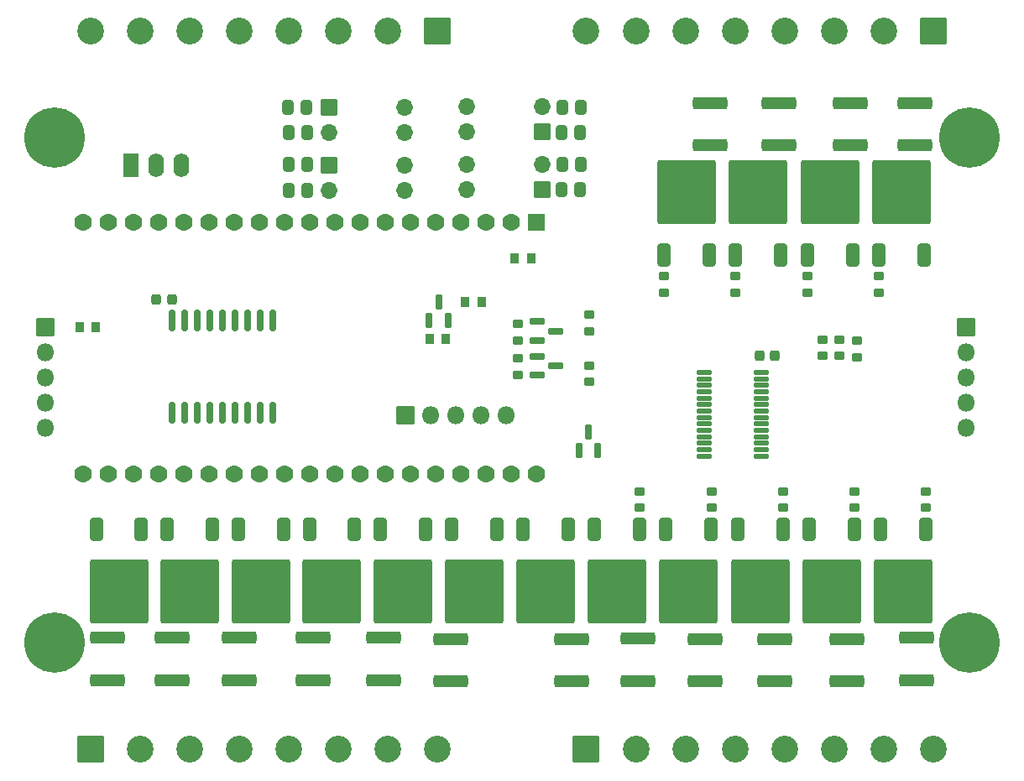
<source format=gbr>
%TF.GenerationSoftware,KiCad,Pcbnew,8.0.0*%
%TF.CreationDate,2024-09-14T23:12:03+02:00*%
%TF.ProjectId,led_stairs_controller,6c65645f-7374-4616-9972-735f636f6e74,V0.4*%
%TF.SameCoordinates,Original*%
%TF.FileFunction,Soldermask,Top*%
%TF.FilePolarity,Negative*%
%FSLAX46Y46*%
G04 Gerber Fmt 4.6, Leading zero omitted, Abs format (unit mm)*
G04 Created by KiCad (PCBNEW 8.0.0) date 2024-09-14 23:12:03*
%MOMM*%
%LPD*%
G01*
G04 APERTURE LIST*
G04 Aperture macros list*
%AMRoundRect*
0 Rectangle with rounded corners*
0 $1 Rounding radius*
0 $2 $3 $4 $5 $6 $7 $8 $9 X,Y pos of 4 corners*
0 Add a 4 corners polygon primitive as box body*
4,1,4,$2,$3,$4,$5,$6,$7,$8,$9,$2,$3,0*
0 Add four circle primitives for the rounded corners*
1,1,$1+$1,$2,$3*
1,1,$1+$1,$4,$5*
1,1,$1+$1,$6,$7*
1,1,$1+$1,$8,$9*
0 Add four rect primitives between the rounded corners*
20,1,$1+$1,$2,$3,$4,$5,0*
20,1,$1+$1,$4,$5,$6,$7,0*
20,1,$1+$1,$6,$7,$8,$9,0*
20,1,$1+$1,$8,$9,$2,$3,0*%
G04 Aperture macros list end*
%ADD10RoundRect,0.225500X-0.300500X0.225500X-0.300500X-0.225500X0.300500X-0.225500X0.300500X0.225500X0*%
%ADD11RoundRect,0.225500X0.300500X-0.225500X0.300500X0.225500X-0.300500X0.225500X-0.300500X-0.225500X0*%
%ADD12RoundRect,0.125500X-0.663000X-0.125500X0.663000X-0.125500X0.663000X0.125500X-0.663000X0.125500X0*%
%ADD13RoundRect,0.272667X1.478333X-0.340833X1.478333X0.340833X-1.478333X0.340833X-1.478333X-0.340833X0*%
%ADD14RoundRect,0.274878X-0.288622X-0.476122X0.288622X-0.476122X0.288622X0.476122X-0.288622X0.476122X0*%
%ADD15RoundRect,0.051000X0.800000X0.800000X-0.800000X0.800000X-0.800000X-0.800000X0.800000X-0.800000X0*%
%ADD16O,1.702000X1.702000*%
%ADD17RoundRect,0.051000X-0.800000X-0.800000X0.800000X-0.800000X0.800000X0.800000X-0.800000X0.800000X0*%
%ADD18RoundRect,0.272667X-1.478333X0.340833X-1.478333X-0.340833X1.478333X-0.340833X1.478333X0.340833X0*%
%ADD19RoundRect,0.271250X-0.379750X0.879750X-0.379750X-0.879750X0.379750X-0.879750X0.379750X0.879750X0*%
%ADD20RoundRect,0.254393X-2.696607X2.996607X-2.696607X-2.996607X2.696607X-2.996607X2.696607X2.996607X0*%
%ADD21RoundRect,0.250500X-0.250500X-0.275500X0.250500X-0.275500X0.250500X0.275500X-0.250500X0.275500X0*%
%ADD22RoundRect,0.051000X-0.850000X-0.850000X0.850000X-0.850000X0.850000X0.850000X-0.850000X0.850000X0*%
%ADD23O,1.802000X1.802000*%
%ADD24RoundRect,0.225500X-0.225500X-0.300500X0.225500X-0.300500X0.225500X0.300500X-0.225500X0.300500X0*%
%ADD25RoundRect,0.271250X0.379750X-0.879750X0.379750X0.879750X-0.379750X0.879750X-0.379750X-0.879750X0*%
%ADD26RoundRect,0.254393X2.696607X-2.996607X2.696607X2.996607X-2.696607X2.996607X-2.696607X-2.996607X0*%
%ADD27RoundRect,0.175500X-0.613000X-0.175500X0.613000X-0.175500X0.613000X0.175500X-0.613000X0.175500X0*%
%ADD28RoundRect,0.225500X0.225500X0.300500X-0.225500X0.300500X-0.225500X-0.300500X0.225500X-0.300500X0*%
%ADD29RoundRect,0.051000X0.850000X-0.850000X0.850000X0.850000X-0.850000X0.850000X-0.850000X-0.850000X0*%
%ADD30RoundRect,0.175500X0.175500X-0.613000X0.175500X0.613000X-0.175500X0.613000X-0.175500X-0.613000X0*%
%ADD31RoundRect,0.274878X0.288622X0.476122X-0.288622X0.476122X-0.288622X-0.476122X0.288622X-0.476122X0*%
%ADD32RoundRect,0.102000X-0.780000X0.780000X-0.780000X-0.780000X0.780000X-0.780000X0.780000X0.780000X0*%
%ADD33C,1.764000*%
%ADD34RoundRect,0.051000X-1.300000X-1.300000X1.300000X-1.300000X1.300000X1.300000X-1.300000X1.300000X0*%
%ADD35C,2.702000*%
%ADD36RoundRect,0.051000X1.300000X1.300000X-1.300000X1.300000X-1.300000X-1.300000X1.300000X-1.300000X0*%
%ADD37C,6.102000*%
%ADD38RoundRect,0.051000X-0.750000X-1.150000X0.750000X-1.150000X0.750000X1.150000X-0.750000X1.150000X0*%
%ADD39O,1.602000X2.402000*%
%ADD40RoundRect,0.175500X0.175500X-0.900500X0.175500X0.900500X-0.175500X0.900500X-0.175500X-0.900500X0*%
G04 APERTURE END LIST*
D10*
%TO.C,R8*%
X164020000Y-107575000D03*
X164020000Y-109225000D03*
%TD*%
D11*
%TO.C,R16*%
X166500000Y-87525000D03*
X166500000Y-85875000D03*
%TD*%
D12*
%TO.C,U1*%
X170600000Y-95575000D03*
X170600000Y-96225000D03*
X170600000Y-96875000D03*
X170600000Y-97525000D03*
X170600000Y-98175000D03*
X170600000Y-98825000D03*
X170600000Y-99475000D03*
X170600000Y-100125000D03*
X170600000Y-100775000D03*
X170600000Y-101425000D03*
X170600000Y-102075000D03*
X170600000Y-102725000D03*
X170600000Y-103375000D03*
X170600000Y-104025000D03*
X176325000Y-104025000D03*
X176325000Y-103375000D03*
X176325000Y-102725000D03*
X176325000Y-102075000D03*
X176325000Y-101425000D03*
X176325000Y-100775000D03*
X176325000Y-100125000D03*
X176325000Y-99475000D03*
X176325000Y-98825000D03*
X176325000Y-98175000D03*
X176325000Y-97525000D03*
X176325000Y-96875000D03*
X176325000Y-96225000D03*
X176325000Y-95575000D03*
%TD*%
D13*
%TO.C,F15*%
X178100000Y-72637500D03*
X178100000Y-68362500D03*
%TD*%
D14*
%TO.C,R36*%
X128687500Y-77200000D03*
X130512500Y-77200000D03*
%TD*%
D15*
%TO.C,U6*%
X154220000Y-71300000D03*
D16*
X154220000Y-68760000D03*
X146600000Y-68760000D03*
X146600000Y-71300000D03*
%TD*%
D17*
%TO.C,U5*%
X132700000Y-74625000D03*
D16*
X132700000Y-77165000D03*
X140320000Y-77165000D03*
X140320000Y-74625000D03*
%TD*%
D18*
%TO.C,F2*%
X116900000Y-122362500D03*
X116900000Y-126637500D03*
%TD*%
D10*
%TO.C,R9*%
X171320000Y-107575000D03*
X171320000Y-109225000D03*
%TD*%
D19*
%TO.C,Q1*%
X113800000Y-111400000D03*
D20*
X111520000Y-117700000D03*
D19*
X109240000Y-111400000D03*
%TD*%
D11*
%TO.C,R15*%
X173700000Y-87525000D03*
X173700000Y-85875000D03*
%TD*%
D19*
%TO.C,Q8*%
X164025000Y-111375000D03*
D20*
X161745000Y-117675000D03*
D19*
X159465000Y-111375000D03*
%TD*%
%TO.C,Q6*%
X149680000Y-111400000D03*
D20*
X147400000Y-117700000D03*
D19*
X145120000Y-111400000D03*
%TD*%
D18*
%TO.C,F5*%
X138200000Y-122362500D03*
X138200000Y-126637500D03*
%TD*%
D19*
%TO.C,Q10*%
X178525000Y-111375000D03*
D20*
X176245000Y-117675000D03*
D19*
X173965000Y-111375000D03*
%TD*%
D18*
%TO.C,F12*%
X192000000Y-122362500D03*
X192000000Y-126637500D03*
%TD*%
D10*
%TO.C,R19*%
X151800000Y-94175000D03*
X151800000Y-95825000D03*
%TD*%
D21*
%TO.C,C3*%
X115325000Y-88200000D03*
X116875000Y-88200000D03*
%TD*%
D22*
%TO.C,J3*%
X197025000Y-91000000D03*
D23*
X197025000Y-93540000D03*
X197025000Y-96080000D03*
X197025000Y-98620000D03*
X197025000Y-101160000D03*
%TD*%
D24*
%TO.C,R17*%
X151475000Y-84100000D03*
X153125000Y-84100000D03*
%TD*%
D19*
%TO.C,Q3*%
X128180000Y-111400000D03*
D20*
X125900000Y-117700000D03*
D19*
X123620000Y-111400000D03*
%TD*%
D13*
%TO.C,F16*%
X171200000Y-72637500D03*
X171200000Y-68362500D03*
%TD*%
D10*
%TO.C,R31*%
X186000000Y-92375000D03*
X186000000Y-94025000D03*
%TD*%
D18*
%TO.C,F8*%
X163900000Y-122425000D03*
X163900000Y-126700000D03*
%TD*%
D25*
%TO.C,Q16*%
X166500000Y-83700000D03*
D26*
X168780000Y-77400000D03*
D25*
X171060000Y-83700000D03*
%TD*%
D27*
%TO.C,Q18*%
X153725000Y-90450000D03*
X153725000Y-92350000D03*
X155600000Y-91400000D03*
%TD*%
D18*
%TO.C,F9*%
X170700000Y-122462500D03*
X170700000Y-126737500D03*
%TD*%
D14*
%TO.C,R37*%
X128687500Y-71400000D03*
X130512500Y-71400000D03*
%TD*%
D10*
%TO.C,R12*%
X192920000Y-107600000D03*
X192920000Y-109250000D03*
%TD*%
%TO.C,R10*%
X178520000Y-107575000D03*
X178520000Y-109225000D03*
%TD*%
D28*
%TO.C,R35*%
X148125000Y-88500000D03*
X146475000Y-88500000D03*
%TD*%
D13*
%TO.C,F13*%
X191800000Y-72637500D03*
X191800000Y-68362500D03*
%TD*%
%TO.C,F14*%
X185300000Y-72637500D03*
X185300000Y-68362500D03*
%TD*%
D11*
%TO.C,R18*%
X159000000Y-96525000D03*
X159000000Y-94875000D03*
%TD*%
D29*
%TO.C,J2*%
X140400000Y-99860000D03*
D23*
X142940000Y-99860000D03*
X145480000Y-99860000D03*
X148020000Y-99860000D03*
X150560000Y-99860000D03*
%TD*%
D25*
%TO.C,Q15*%
X173740000Y-83700000D03*
D26*
X176020000Y-77400000D03*
D25*
X178300000Y-83700000D03*
%TD*%
D21*
%TO.C,C1*%
X176125000Y-93900000D03*
X177675000Y-93900000D03*
%TD*%
D30*
%TO.C,Q20*%
X142837500Y-90350000D03*
X144737500Y-90350000D03*
X143787500Y-88475000D03*
%TD*%
D31*
%TO.C,R38*%
X158112500Y-68800000D03*
X156287500Y-68800000D03*
%TD*%
D24*
%TO.C,R34*%
X142875000Y-92200000D03*
X144525000Y-92200000D03*
%TD*%
D19*
%TO.C,Q2*%
X120980000Y-111400000D03*
D20*
X118700000Y-117700000D03*
D19*
X116420000Y-111400000D03*
%TD*%
D32*
%TO.C,U2*%
X153660000Y-80400000D03*
D33*
X151120000Y-80400000D03*
X148580000Y-80400000D03*
X146040000Y-80400000D03*
X143500000Y-80400000D03*
X140960000Y-80400000D03*
X138420000Y-80400000D03*
X135880000Y-80400000D03*
X133340000Y-80400000D03*
X130800000Y-80400000D03*
X128260000Y-80400000D03*
X125720000Y-80400000D03*
X123180000Y-80400000D03*
X120640000Y-80400000D03*
X118100000Y-80400000D03*
X115560000Y-80400000D03*
X113020000Y-80400000D03*
X110480000Y-80400000D03*
X107940000Y-80400000D03*
X153660000Y-105800000D03*
X151120000Y-105800000D03*
X148580000Y-105800000D03*
X146040000Y-105800000D03*
X143500000Y-105800000D03*
X140960000Y-105800000D03*
X138420000Y-105800000D03*
X135880000Y-105800000D03*
X133340000Y-105800000D03*
X130800000Y-105800000D03*
X128260000Y-105800000D03*
X125720000Y-105800000D03*
X123180000Y-105800000D03*
X120640000Y-105800000D03*
X118100000Y-105800000D03*
X115560000Y-105800000D03*
X113020000Y-105800000D03*
X110480000Y-105800000D03*
X107940000Y-105800000D03*
%TD*%
D34*
%TO.C,MOD1*%
X108675000Y-133580000D03*
D35*
X113675000Y-133580000D03*
X118675000Y-133580000D03*
X123675000Y-133580000D03*
X128675000Y-133580000D03*
X133675000Y-133580000D03*
X138675000Y-133580000D03*
X143675000Y-133580000D03*
D34*
X158675000Y-133580000D03*
D35*
X163675000Y-133580000D03*
X168675000Y-133580000D03*
X173675000Y-133580000D03*
X178675000Y-133580000D03*
X183675000Y-133580000D03*
X188675000Y-133580000D03*
X193675000Y-133580000D03*
D36*
X193675000Y-61160000D03*
D35*
X188675000Y-61160000D03*
X183675000Y-61160000D03*
X178675000Y-61160000D03*
X173675000Y-61160000D03*
X168675000Y-61160000D03*
X163675000Y-61160000D03*
X158675000Y-61160000D03*
D36*
X143675000Y-61160000D03*
D35*
X138675000Y-61160000D03*
X133675000Y-61160000D03*
X128675000Y-61160000D03*
X123675000Y-61160000D03*
X118675000Y-61160000D03*
X113675000Y-61160000D03*
X108675000Y-61160000D03*
D37*
X105050000Y-71900000D03*
X197300000Y-71900000D03*
X105050000Y-122800000D03*
X197300000Y-122800000D03*
%TD*%
D11*
%TO.C,R14*%
X181000000Y-87500000D03*
X181000000Y-85850000D03*
%TD*%
D31*
%TO.C,R29*%
X158032500Y-77125000D03*
X156207500Y-77125000D03*
%TD*%
D19*
%TO.C,Q4*%
X135300000Y-111400000D03*
D20*
X133020000Y-117700000D03*
D19*
X130740000Y-111400000D03*
%TD*%
%TO.C,Q11*%
X185700000Y-111400000D03*
D20*
X183420000Y-117700000D03*
D19*
X181140000Y-111400000D03*
%TD*%
D10*
%TO.C,R20*%
X151800000Y-90675000D03*
X151800000Y-92325000D03*
%TD*%
D14*
%TO.C,R24*%
X128587500Y-68800000D03*
X130412500Y-68800000D03*
%TD*%
D22*
%TO.C,J1*%
X104100000Y-91000000D03*
D23*
X104100000Y-93540000D03*
X104100000Y-96080000D03*
X104100000Y-98620000D03*
X104100000Y-101160000D03*
%TD*%
D18*
%TO.C,F11*%
X185000000Y-122462500D03*
X185000000Y-126737500D03*
%TD*%
D19*
%TO.C,Q5*%
X142480000Y-111400000D03*
D20*
X140200000Y-117700000D03*
D19*
X137920000Y-111400000D03*
%TD*%
D18*
%TO.C,F6*%
X145000000Y-122462500D03*
X145000000Y-126737500D03*
%TD*%
D27*
%TO.C,Q17*%
X153725000Y-93950000D03*
X153725000Y-95850000D03*
X155600000Y-94900000D03*
%TD*%
D14*
%TO.C,R25*%
X128687500Y-74600000D03*
X130512500Y-74600000D03*
%TD*%
D30*
%TO.C,Q19*%
X157937500Y-103437500D03*
X159837500Y-103437500D03*
X158887500Y-101562500D03*
%TD*%
D18*
%TO.C,F10*%
X177700000Y-122462500D03*
X177700000Y-126737500D03*
%TD*%
D11*
%TO.C,R13*%
X188200000Y-87525000D03*
X188200000Y-85875000D03*
%TD*%
D10*
%TO.C,R32*%
X184200000Y-92275000D03*
X184200000Y-93925000D03*
%TD*%
D31*
%TO.C,R28*%
X158032500Y-71325000D03*
X156207500Y-71325000D03*
%TD*%
D10*
%TO.C,R30*%
X182500000Y-92275000D03*
X182500000Y-93925000D03*
%TD*%
D19*
%TO.C,Q7*%
X156825000Y-111375000D03*
D20*
X154545000Y-117675000D03*
D19*
X152265000Y-111375000D03*
%TD*%
D25*
%TO.C,Q14*%
X181000000Y-83700000D03*
D26*
X183280000Y-77400000D03*
D25*
X185560000Y-83700000D03*
%TD*%
D38*
%TO.C,U8*%
X112753000Y-74700000D03*
D39*
X115293000Y-74700000D03*
X117833000Y-74700000D03*
%TD*%
D18*
%TO.C,F1*%
X110400000Y-122362500D03*
X110400000Y-126637500D03*
%TD*%
D10*
%TO.C,R11*%
X185720000Y-107575000D03*
X185720000Y-109225000D03*
%TD*%
D19*
%TO.C,Q12*%
X192925000Y-111400000D03*
D20*
X190645000Y-117700000D03*
D19*
X188365000Y-111400000D03*
%TD*%
D25*
%TO.C,Q13*%
X188200000Y-83700000D03*
D26*
X190480000Y-77400000D03*
D25*
X192760000Y-83700000D03*
%TD*%
D24*
%TO.C,R33*%
X107575000Y-91000000D03*
X109225000Y-91000000D03*
%TD*%
D18*
%TO.C,F3*%
X123700000Y-122362500D03*
X123700000Y-126637500D03*
%TD*%
%TO.C,F4*%
X131100000Y-122362500D03*
X131100000Y-126637500D03*
%TD*%
D15*
%TO.C,U7*%
X154220000Y-77100000D03*
D16*
X154220000Y-74560000D03*
X146600000Y-74560000D03*
X146600000Y-77100000D03*
%TD*%
D17*
%TO.C,U3*%
X132700000Y-68825000D03*
D16*
X132700000Y-71365000D03*
X140320000Y-71365000D03*
X140320000Y-68825000D03*
%TD*%
D40*
%TO.C,U4*%
X116882500Y-99650000D03*
X118152500Y-99650000D03*
X119422500Y-99650000D03*
X120692500Y-99650000D03*
X121962500Y-99650000D03*
X123232500Y-99650000D03*
X124502500Y-99650000D03*
X125772500Y-99650000D03*
X127042500Y-99650000D03*
X127042500Y-90350000D03*
X125772500Y-90350000D03*
X124502500Y-90350000D03*
X123232500Y-90350000D03*
X121962500Y-90350000D03*
X120692500Y-90350000D03*
X119422500Y-90350000D03*
X118152500Y-90350000D03*
X116882500Y-90350000D03*
%TD*%
D31*
%TO.C,R39*%
X158112500Y-74600000D03*
X156287500Y-74600000D03*
%TD*%
D18*
%TO.C,F7*%
X157200000Y-122462500D03*
X157200000Y-126737500D03*
%TD*%
D19*
%TO.C,Q9*%
X171275000Y-111375000D03*
D20*
X168995000Y-117675000D03*
D19*
X166715000Y-111375000D03*
%TD*%
D10*
%TO.C,R21*%
X159000000Y-89775000D03*
X159000000Y-91425000D03*
%TD*%
M02*

</source>
